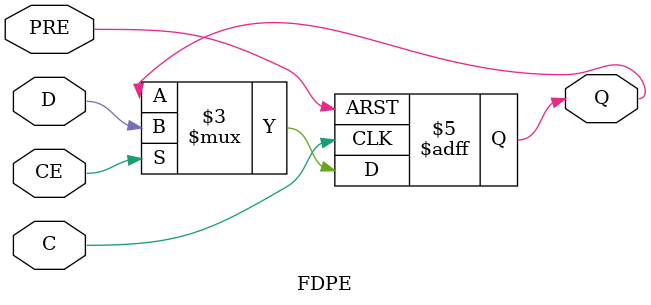
<source format=v>
module FDPE #(
    parameter INIT = 1'b1
)(
    input  wire C,      // Clock
    input  wire PRE,    // Asynchronous preset (active high)
    input  wire CE,     // Clock enable
    input  wire D,      // Data input
    output reg  Q       // Output
);

    // Initialize Q to INIT
    initial Q = INIT;

    always @(posedge C or posedge PRE) begin
        if (PRE)
            Q <= INIT;          // Asynchronous preset sets to INIT
        else if (CE)
            Q <= D;             // Clocked assignment when CE is high
    end

endmodule

</source>
